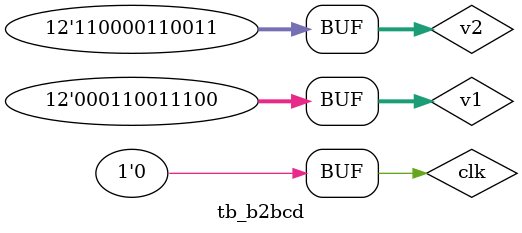
<source format=v>
`timescale 1ns / 1ps


module tb_b2bcd;
//module B2BCD(clk,v1,v2,DV10,DV11,DV12,DV13,DV20,DV21,DV22,DV23);
reg clk;
reg [11:0]v1;
reg [11:0]v2;
wire [3:0] DV10,DV11,DV12,DV13,DV20,DV21,DV22,DV23;

B2BCD uut(clk,v1,v2,DV10,DV11,DV12,DV13,DV20,DV21,DV22,DV23);
initial begin
clk = 0;
v1 = 412; v2 = 3123;
repeat(1000)
begin
#1 clk =~clk;
end
end

endmodule

</source>
